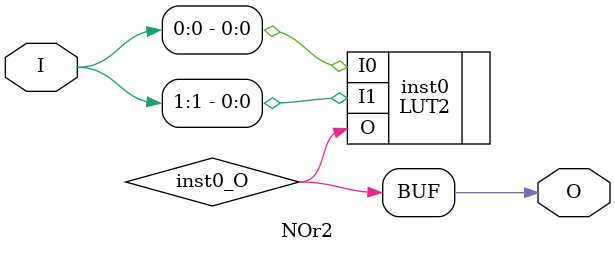
<source format=v>
module NOr2 (input [1:0] I, output  O);
wire  inst0_O;
LUT2 #(.INIT(4'h1)) inst0 (.I0(I[0]), .I1(I[1]), .O(inst0_O));
assign O = inst0_O;
endmodule


</source>
